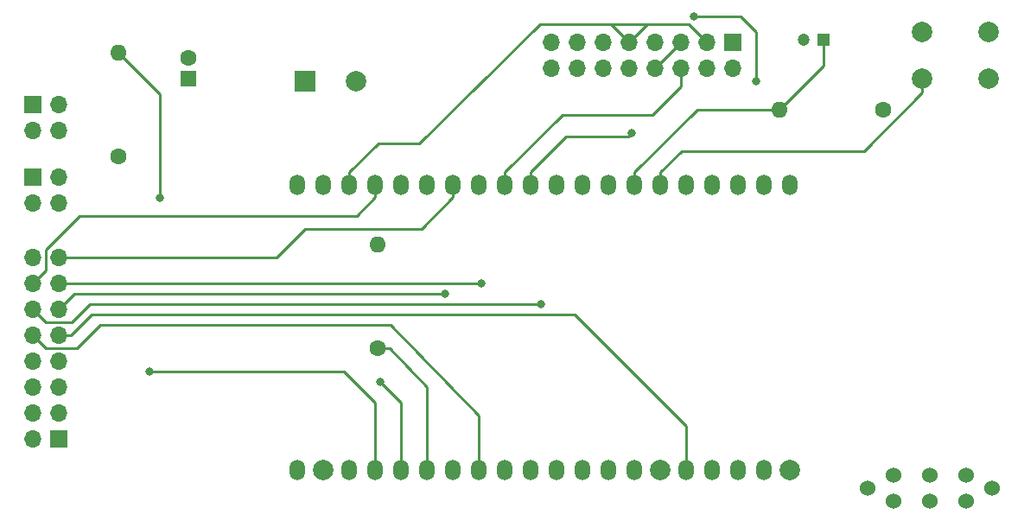
<source format=gbr>
G04 #@! TF.GenerationSoftware,KiCad,Pcbnew,(5.1.5)-3*
G04 #@! TF.CreationDate,2020-01-27T11:44:28-05:00*
G04 #@! TF.ProjectId,Main Board,4d61696e-2042-46f6-9172-642e6b696361,rev?*
G04 #@! TF.SameCoordinates,Original*
G04 #@! TF.FileFunction,Copper,L4,Bot*
G04 #@! TF.FilePolarity,Positive*
%FSLAX46Y46*%
G04 Gerber Fmt 4.6, Leading zero omitted, Abs format (unit mm)*
G04 Created by KiCad (PCBNEW (5.1.5)-3) date 2020-01-27 11:44:28*
%MOMM*%
%LPD*%
G04 APERTURE LIST*
%ADD10C,2.000000*%
%ADD11O,1.500000X2.000000*%
%ADD12C,1.524000*%
%ADD13O,1.700000X1.700000*%
%ADD14R,1.700000X1.700000*%
%ADD15R,1.200000X1.200000*%
%ADD16C,1.200000*%
%ADD17R,2.000000X2.000000*%
%ADD18R,1.600000X1.600000*%
%ADD19C,1.600000*%
%ADD20O,1.600000X1.600000*%
%ADD21C,0.800000*%
%ADD22C,0.250000*%
G04 APERTURE END LIST*
D10*
X154178000Y-86868000D03*
D11*
X154178000Y-58928000D03*
X151638000Y-86868000D03*
X151638000Y-58928000D03*
X149098000Y-86868000D03*
X149098000Y-58928000D03*
X146558000Y-86868000D03*
X146558000Y-58928000D03*
X144018000Y-86868000D03*
X144018000Y-58928000D03*
D10*
X141478000Y-86868000D03*
D11*
X141478000Y-58928000D03*
X138938000Y-86868000D03*
X138938000Y-58928000D03*
X136398000Y-86868000D03*
X136398000Y-58928000D03*
X133858000Y-86868000D03*
X133858000Y-58928000D03*
X131318000Y-86868000D03*
X131318000Y-58928000D03*
X128778000Y-86868000D03*
X128778000Y-58928000D03*
X126238000Y-86868000D03*
X126238000Y-58928000D03*
X123698000Y-86868000D03*
X123698000Y-58928000D03*
X121158000Y-86868000D03*
X121158000Y-58928000D03*
X118618000Y-86868000D03*
X118618000Y-58928000D03*
X116078000Y-86868000D03*
X116078000Y-58928000D03*
X113538000Y-86868000D03*
X113538000Y-58928000D03*
X110998000Y-86868000D03*
X110998000Y-58928000D03*
D10*
X108458000Y-86868000D03*
D11*
X108458000Y-58928000D03*
X105918000Y-86868000D03*
X105918000Y-58928000D03*
D12*
X164338000Y-89916000D03*
X167894000Y-89916000D03*
X171450000Y-89916000D03*
X164338000Y-87376000D03*
X171450000Y-87376000D03*
X167894000Y-87376000D03*
X161798000Y-88646000D03*
X173990000Y-88646000D03*
D13*
X130810000Y-47498000D03*
X130810000Y-44958000D03*
X133350000Y-47498000D03*
X133350000Y-44958000D03*
X135890000Y-47498000D03*
X135890000Y-44958000D03*
X138430000Y-47498000D03*
X138430000Y-44958000D03*
X140970000Y-47498000D03*
X140970000Y-44958000D03*
X143510000Y-47498000D03*
X143510000Y-44958000D03*
X146050000Y-47498000D03*
X146050000Y-44958000D03*
X148590000Y-47498000D03*
D14*
X148590000Y-44958000D03*
X82550000Y-83820000D03*
D13*
X80010000Y-83820000D03*
X82550000Y-81280000D03*
X80010000Y-81280000D03*
X82550000Y-78740000D03*
X80010000Y-78740000D03*
X82550000Y-76200000D03*
X80010000Y-76200000D03*
X82550000Y-73660000D03*
X80010000Y-73660000D03*
X82550000Y-71120000D03*
X80010000Y-71120000D03*
X82550000Y-68580000D03*
X80010000Y-68580000D03*
X82550000Y-66040000D03*
X80010000Y-66040000D03*
D15*
X157480000Y-44704000D03*
D16*
X155480000Y-44704000D03*
D17*
X106680000Y-48768000D03*
D10*
X111680000Y-48768000D03*
D18*
X95250000Y-48514000D03*
D19*
X95250000Y-46514000D03*
D14*
X80010000Y-51054000D03*
D13*
X82550000Y-51054000D03*
X80010000Y-53594000D03*
X82550000Y-53594000D03*
X82550000Y-60706000D03*
X80010000Y-60706000D03*
X82550000Y-58166000D03*
D14*
X80010000Y-58166000D03*
D19*
X163322000Y-51562000D03*
D20*
X153162000Y-51562000D03*
X88392000Y-45974000D03*
D19*
X88392000Y-56134000D03*
X113792000Y-74930000D03*
D20*
X113792000Y-64770000D03*
D10*
X167132000Y-44014000D03*
X167132000Y-48514000D03*
X173632000Y-44014000D03*
X173632000Y-48514000D03*
D21*
X120396000Y-69596012D03*
X129793996Y-70648990D03*
X123952000Y-68580000D03*
X114046000Y-78232000D03*
X92456000Y-60234990D03*
X150876000Y-48768000D03*
X144780000Y-42418000D03*
X91440000Y-77216000D03*
X138684000Y-53848000D03*
D22*
X85784081Y-71628000D02*
X133096000Y-71628000D01*
X82550000Y-73660000D02*
X83752081Y-73660000D01*
X83752081Y-73660000D02*
X85784081Y-71628000D01*
X144018000Y-82550000D02*
X133096000Y-71628000D01*
X144018000Y-86868000D02*
X144018000Y-82550000D01*
X81280000Y-74930000D02*
X84328000Y-74930000D01*
X80010000Y-73660000D02*
X81280000Y-74930000D01*
X84328000Y-74930000D02*
X86614000Y-72644000D01*
X86614000Y-72644000D02*
X115062000Y-72644000D01*
X123698000Y-85618000D02*
X123698000Y-81534000D01*
X123698000Y-86868000D02*
X123698000Y-85618000D01*
X115062000Y-72644000D02*
X123698000Y-81534000D01*
X84073988Y-69596012D02*
X119830315Y-69596012D01*
X119830315Y-69596012D02*
X120396000Y-69596012D01*
X82550000Y-71120000D02*
X84073988Y-69596012D01*
X129228311Y-70648990D02*
X129793996Y-70648990D01*
X83820000Y-72390000D02*
X85561010Y-70648990D01*
X80010000Y-71120000D02*
X81280000Y-72390000D01*
X85561010Y-70648990D02*
X129228311Y-70648990D01*
X81280000Y-72390000D02*
X83820000Y-72390000D01*
X82550000Y-68580000D02*
X123952000Y-68580000D01*
X113538000Y-60178000D02*
X113538000Y-58928000D01*
X80010000Y-68580000D02*
X81280000Y-67310000D01*
X81280000Y-67310000D02*
X81280000Y-65278000D01*
X81280000Y-65278000D02*
X84582000Y-61976000D01*
X111740000Y-61976000D02*
X113538000Y-60178000D01*
X84582000Y-61976000D02*
X111740000Y-61976000D01*
X82550000Y-66040000D02*
X103886000Y-66040000D01*
X103886000Y-66040000D02*
X106680000Y-63246000D01*
X121158000Y-60178000D02*
X121158000Y-58928000D01*
X118090000Y-63246000D02*
X121158000Y-60178000D01*
X115570000Y-63246000D02*
X118090000Y-63246000D01*
X106680000Y-63246000D02*
X115570000Y-63246000D01*
X88392000Y-45974000D02*
X92456000Y-50038000D01*
X92456000Y-50038000D02*
X92456000Y-60234990D01*
X116078000Y-80264000D02*
X114046000Y-78232000D01*
X116078000Y-86868000D02*
X116078000Y-80264000D01*
X150876000Y-48768000D02*
X150876000Y-43942000D01*
X150876000Y-43942000D02*
X149352000Y-42418000D01*
X145345685Y-42418000D02*
X144780000Y-42418000D01*
X149352000Y-42418000D02*
X145345685Y-42418000D01*
X110490000Y-77216000D02*
X91440000Y-77216000D01*
X113538000Y-86868000D02*
X113538000Y-80264000D01*
X113538000Y-80264000D02*
X110490000Y-77216000D01*
X114923370Y-74930000D02*
X113792000Y-74930000D01*
X118618000Y-86868000D02*
X118618000Y-85618000D01*
X118618000Y-85618000D02*
X118618000Y-78740000D01*
X118618000Y-78740000D02*
X114923370Y-74930000D01*
X129649787Y-43180000D02*
X136652000Y-43180000D01*
X146050000Y-44958000D02*
X144272000Y-43180000D01*
X144272000Y-43180000D02*
X140208000Y-43180000D01*
X140208000Y-43180000D02*
X138430000Y-43180000D01*
X138430000Y-43180000D02*
X136652000Y-43180000D01*
X110998000Y-57678000D02*
X113812000Y-54864000D01*
X113812000Y-54864000D02*
X117856000Y-54864000D01*
X110998000Y-58928000D02*
X110998000Y-57678000D01*
X117856000Y-54864000D02*
X129649787Y-43180000D01*
X138430000Y-44958000D02*
X136652000Y-43180000D01*
X139279999Y-44108001D02*
X140208000Y-43180000D01*
X138430000Y-44958000D02*
X139279999Y-44108001D01*
X141819999Y-46648001D02*
X143510000Y-44958000D01*
X140970000Y-47498000D02*
X141819999Y-46648001D01*
X128778000Y-57678000D02*
X128778000Y-58928000D01*
X132208001Y-54247999D02*
X128778000Y-57678000D01*
X138284001Y-54247999D02*
X132208001Y-54247999D01*
X138684000Y-53848000D02*
X138284001Y-54247999D01*
X143510000Y-49276000D02*
X143510000Y-47498000D01*
X140716000Y-52070000D02*
X143510000Y-49276000D01*
X131846000Y-52070000D02*
X140716000Y-52070000D01*
X126238000Y-58928000D02*
X126238000Y-57678000D01*
X126238000Y-57678000D02*
X131846000Y-52070000D01*
X167132000Y-49928213D02*
X167132000Y-48514000D01*
X161434213Y-55626000D02*
X167132000Y-49928213D01*
X141478000Y-58928000D02*
X141478000Y-57678000D01*
X143530000Y-55626000D02*
X161434213Y-55626000D01*
X141478000Y-57678000D02*
X143530000Y-55626000D01*
X157480000Y-47244000D02*
X157480000Y-44704000D01*
X153162000Y-51562000D02*
X157480000Y-47244000D01*
X145054000Y-51562000D02*
X138938000Y-57678000D01*
X138938000Y-57678000D02*
X138938000Y-58928000D01*
X153162000Y-51562000D02*
X145054000Y-51562000D01*
M02*

</source>
